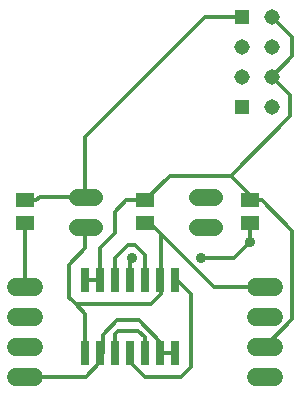
<source format=gbr>
G04 EAGLE Gerber RS-274X export*
G75*
%MOMM*%
%FSLAX34Y34*%
%LPD*%
%INTop Copper*%
%IPPOS*%
%AMOC8*
5,1,8,0,0,1.08239X$1,22.5*%
G01*
%ADD10R,0.660400X2.032000*%
%ADD11C,1.422400*%
%ADD12C,1.524000*%
%ADD13R,1.500000X1.300000*%
%ADD14R,1.308000X1.308000*%
%ADD15C,1.308000*%
%ADD16C,0.304800*%
%ADD17C,0.914400*%


D10*
X88900Y45466D03*
X88900Y106934D03*
X101600Y45466D03*
X114300Y45466D03*
X101600Y106934D03*
X114300Y106934D03*
X127000Y45466D03*
X127000Y106934D03*
X139700Y45466D03*
X152400Y45466D03*
X139700Y106934D03*
X152400Y106934D03*
X165100Y45466D03*
X165100Y106934D03*
D11*
X96012Y152400D02*
X81788Y152400D01*
X81788Y177800D02*
X96012Y177800D01*
X183388Y152400D02*
X197612Y152400D01*
X197612Y177800D02*
X183388Y177800D01*
D12*
X45720Y101600D02*
X30480Y101600D01*
X30480Y76200D02*
X45720Y76200D01*
X45720Y50800D02*
X30480Y50800D01*
X30480Y25400D02*
X45720Y25400D01*
X233680Y101600D02*
X248920Y101600D01*
X248920Y76200D02*
X233680Y76200D01*
X233680Y50800D02*
X248920Y50800D01*
X248920Y25400D02*
X233680Y25400D01*
D13*
X139700Y155600D03*
X139700Y174600D03*
X38100Y174600D03*
X38100Y155600D03*
X228600Y155600D03*
X228600Y174600D03*
D14*
X221475Y253850D03*
X221475Y330050D03*
D15*
X221475Y279250D03*
X221475Y304650D03*
X246875Y304650D03*
X246875Y279250D03*
X246875Y253850D03*
X246875Y330050D03*
D16*
X164592Y45720D02*
X152400Y45720D01*
X164592Y45720D02*
X165100Y45466D01*
X100584Y42672D02*
X100584Y36576D01*
X100584Y42672D02*
X101600Y45466D01*
X152400Y45720D02*
X152400Y54864D01*
X134112Y73152D01*
X115824Y73152D01*
X103632Y60960D01*
X103632Y45720D01*
X152400Y45720D02*
X152400Y45466D01*
X103632Y45720D02*
X101600Y45466D01*
X89408Y25400D02*
X38100Y25400D01*
X89408Y25400D02*
X100584Y36576D01*
X212090Y195580D02*
X262382Y245872D01*
X114300Y147320D02*
X101600Y134620D01*
X114300Y147320D02*
X114300Y165100D01*
X264416Y312509D02*
X246875Y330050D01*
X264416Y296791D02*
X246875Y279250D01*
X264416Y296791D02*
X264416Y312509D01*
X246875Y279250D02*
X262382Y263743D01*
X262382Y245872D01*
X101600Y134620D02*
X101600Y106934D01*
X88900Y106934D01*
X160680Y195580D02*
X212090Y195580D01*
X139700Y174600D02*
X123800Y174600D01*
X114300Y165100D01*
X139700Y174600D02*
X160680Y195580D01*
X228600Y174600D02*
X238658Y174600D01*
X228600Y179070D02*
X212090Y195580D01*
X228600Y179070D02*
X228600Y174600D01*
X264416Y73916D02*
X241300Y50800D01*
X264416Y148842D02*
X238658Y174600D01*
X264416Y148842D02*
X264416Y73916D01*
D17*
X228854Y139700D03*
X128270Y125730D03*
X186944Y125730D03*
D16*
X214884Y125730D01*
X128270Y125730D02*
X127000Y124460D01*
X127000Y106934D01*
X228600Y155600D02*
X228854Y155346D01*
X228854Y139700D01*
X214884Y125730D01*
X221475Y330050D02*
X190650Y330050D01*
X190500Y330200D01*
X88900Y228600D01*
X88900Y177800D01*
X50800Y177800D02*
X47600Y174600D01*
X38100Y174600D01*
X50800Y177800D02*
X88900Y177800D01*
X38100Y155600D02*
X38100Y101600D01*
X145034Y86614D02*
X153416Y94996D01*
X153416Y106172D01*
X89154Y134112D02*
X89027Y150876D01*
X89154Y134112D02*
X75184Y120142D01*
X75184Y92202D01*
X89027Y150876D02*
X89027Y152400D01*
X75184Y92202D02*
X77343Y90043D01*
X153416Y146050D02*
X197866Y101600D01*
X153416Y146050D02*
X143866Y155600D01*
X139700Y155600D01*
X153416Y146050D02*
X153416Y108966D01*
X152400Y109728D01*
X152400Y106934D01*
X152400Y106680D02*
X153416Y106172D01*
X152400Y106680D02*
X152400Y106934D01*
X89027Y152400D02*
X88900Y152400D01*
X80772Y86614D02*
X145034Y86614D01*
X80772Y86614D02*
X77343Y90043D01*
X80772Y86614D02*
X88900Y78486D01*
X88900Y45466D01*
X197866Y101600D02*
X241300Y101600D01*
X178562Y33528D02*
X170180Y25146D01*
X178562Y33528D02*
X178562Y94996D01*
X169926Y25400D02*
X170180Y25146D01*
X169926Y25400D02*
X139700Y25400D01*
X127000Y38100D01*
X127000Y45466D01*
X178562Y94996D02*
X166624Y106934D01*
X165100Y106934D01*
X114300Y61468D02*
X114300Y45466D01*
X114300Y61468D02*
X117094Y64262D01*
X133858Y64262D01*
X139446Y58674D01*
X139446Y47498D01*
X139560Y45680D01*
X139700Y45466D02*
X140208Y45720D01*
X139560Y45680D01*
X114300Y106934D02*
X114300Y125730D01*
X125476Y136906D01*
X131064Y136906D01*
X139446Y128524D01*
X139446Y108966D01*
X139573Y106934D01*
X139700Y106934D02*
X140208Y106680D01*
X139573Y106934D01*
M02*

</source>
